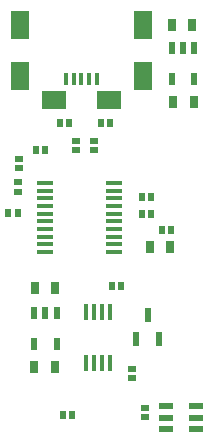
<source format=gbr>
G04 #@! TF.GenerationSoftware,KiCad,Pcbnew,5.0.0-rc2-be01b52~65~ubuntu17.10.1*
G04 #@! TF.CreationDate,2018-06-21T16:11:27-04:00*
G04 #@! TF.ProjectId,pmtcmini-h10721,706D74636D696E692D6831303732312E,rev?*
G04 #@! TF.SameCoordinates,Original*
G04 #@! TF.FileFunction,Paste,Top*
G04 #@! TF.FilePolarity,Positive*
%FSLAX46Y46*%
G04 Gerber Fmt 4.6, Leading zero omitted, Abs format (unit mm)*
G04 Created by KiCad (PCBNEW 5.0.0-rc2-be01b52~65~ubuntu17.10.1) date Thu Jun 21 16:11:27 2018*
%MOMM*%
%LPD*%
G01*
G04 APERTURE LIST*
%ADD10R,0.406400X1.371600*%
%ADD11R,0.558800X1.295400*%
%ADD12R,2.000000X1.500000*%
%ADD13R,1.600000X2.400000*%
%ADD14R,0.400000X1.050000*%
%ADD15R,1.475000X0.450000*%
%ADD16R,0.550000X1.050000*%
%ADD17R,1.250000X0.600000*%
%ADD18R,0.575000X0.650000*%
%ADD19R,0.650000X0.575000*%
%ADD20R,0.670000X1.000000*%
G04 APERTURE END LIST*
D10*
G04 #@! TO.C,U2*
X134840600Y-79615600D03*
X134180200Y-79615600D03*
X133519800Y-79615600D03*
X132859400Y-79615600D03*
X132859400Y-83984400D03*
X133519800Y-83984400D03*
X134180200Y-83984400D03*
X134840600Y-83984400D03*
G04 #@! TD*
D11*
G04 #@! TO.C,U1*
X137100000Y-81978700D03*
X139000000Y-81978700D03*
X138050000Y-79921300D03*
G04 #@! TD*
D12*
G04 #@! TO.C,P1*
X134800000Y-61730000D03*
X130100000Y-61730000D03*
D13*
X137650000Y-55330000D03*
X127250000Y-55330000D03*
D14*
X133750000Y-59955000D03*
X133100000Y-59955000D03*
X132450000Y-59955000D03*
X131800000Y-59955000D03*
X131150000Y-59955000D03*
D13*
X137650000Y-59630000D03*
X127250000Y-59630000D03*
G04 #@! TD*
D15*
G04 #@! TO.C,U3*
X129362000Y-68725000D03*
X129362000Y-69375000D03*
X129362000Y-70025000D03*
X129362000Y-70675000D03*
X129362000Y-71325000D03*
X129362000Y-71975000D03*
X129362000Y-72625000D03*
X129362000Y-73275000D03*
X129362000Y-73925000D03*
X129362000Y-74575000D03*
X135238000Y-74575000D03*
X135238000Y-73925000D03*
X135238000Y-73275000D03*
X135238000Y-72625000D03*
X135238000Y-71975000D03*
X135238000Y-71325000D03*
X135238000Y-70675000D03*
X135238000Y-70025000D03*
X135238000Y-69375000D03*
X135238000Y-68725000D03*
G04 #@! TD*
D16*
G04 #@! TO.C,U6*
X142000000Y-59900000D03*
X140100000Y-59900000D03*
X140100000Y-57300000D03*
X141050000Y-57300000D03*
X142000000Y-57300000D03*
G04 #@! TD*
G04 #@! TO.C,U4*
X130350000Y-79750000D03*
X129400000Y-79750000D03*
X128450000Y-79750000D03*
X128450000Y-82350000D03*
X130350000Y-82350000D03*
G04 #@! TD*
D17*
G04 #@! TO.C,U5*
X142150000Y-89550000D03*
X142150000Y-88600000D03*
X142150000Y-87650000D03*
X139650000Y-87650000D03*
X139650000Y-88600000D03*
X139650000Y-89550000D03*
G04 #@! TD*
D18*
G04 #@! TO.C,C12*
X130650000Y-63650000D03*
X131425000Y-63650000D03*
G04 #@! TD*
G04 #@! TO.C,C11*
X131687500Y-88400000D03*
X130912500Y-88400000D03*
G04 #@! TD*
G04 #@! TO.C,C10*
X134887500Y-63650000D03*
X134112500Y-63650000D03*
G04 #@! TD*
D19*
G04 #@! TO.C,C6*
X136750000Y-84462500D03*
X136750000Y-85237500D03*
G04 #@! TD*
D18*
G04 #@! TO.C,C4*
X138350000Y-69950000D03*
X137575000Y-69950000D03*
G04 #@! TD*
G04 #@! TO.C,C3*
X127037500Y-71300000D03*
X126262500Y-71300000D03*
G04 #@! TD*
G04 #@! TO.C,C1*
X135837500Y-77450000D03*
X135062500Y-77450000D03*
G04 #@! TD*
G04 #@! TO.C,C2*
X137562500Y-71350000D03*
X138337500Y-71350000D03*
G04 #@! TD*
D20*
G04 #@! TO.C,C9*
X141950000Y-61900000D03*
X140200000Y-61900000D03*
G04 #@! TD*
G04 #@! TO.C,C8*
X128450000Y-84300000D03*
X130200000Y-84300000D03*
G04 #@! TD*
G04 #@! TO.C,C7*
X141850000Y-55350000D03*
X140100000Y-55350000D03*
G04 #@! TD*
G04 #@! TO.C,C5*
X128500000Y-77600000D03*
X130250000Y-77600000D03*
G04 #@! TD*
G04 #@! TO.C,D1*
X138225000Y-74175000D03*
X139975000Y-74175000D03*
G04 #@! TD*
D19*
G04 #@! TO.C,R7*
X137800000Y-87800000D03*
X137800000Y-88575000D03*
G04 #@! TD*
G04 #@! TO.C,R1*
X127075000Y-69450000D03*
X127075000Y-68675000D03*
G04 #@! TD*
G04 #@! TO.C,R2*
X127150000Y-67487500D03*
X127150000Y-66712500D03*
G04 #@! TD*
D18*
G04 #@! TO.C,R3*
X140062500Y-72725000D03*
X139287500Y-72725000D03*
G04 #@! TD*
G04 #@! TO.C,R4*
X129387500Y-65900000D03*
X128612500Y-65900000D03*
G04 #@! TD*
D19*
G04 #@! TO.C,R5*
X132000000Y-65937500D03*
X132000000Y-65162500D03*
G04 #@! TD*
G04 #@! TO.C,R6*
X133550000Y-65162500D03*
X133550000Y-65937500D03*
G04 #@! TD*
M02*

</source>
